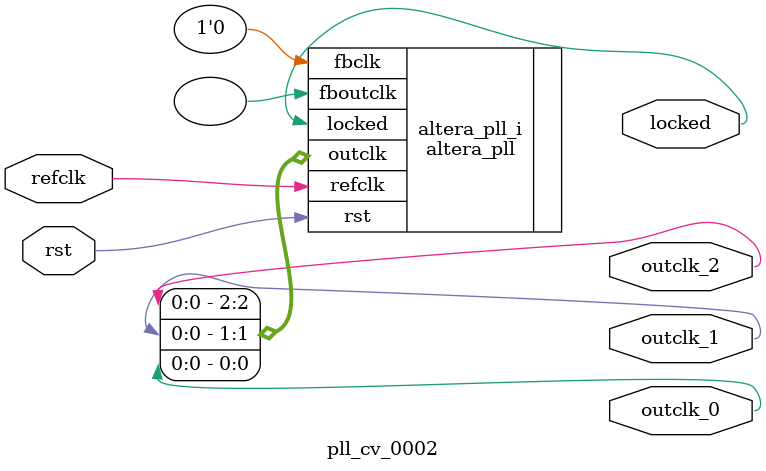
<source format=v>
`timescale 1ns/10ps
module  pll_cv_0002(

	// interface 'refclk'
	input wire refclk,

	// interface 'reset'
	input wire rst,

	// interface 'outclk0'
	output wire outclk_0,

	// interface 'outclk1'
	output wire outclk_1,

	// interface 'outclk2'
	output wire outclk_2,

	// interface 'locked'
	output wire locked
);

	altera_pll #(
		.fractional_vco_multiplier("false"),
		.reference_clock_frequency("50.0 MHz"),
		.operation_mode("direct"),
		.number_of_clocks(3),
		.output_clock_frequency0("133.333333 MHz"),
		.phase_shift0("-1500 ps"),
		.duty_cycle0(50),
		.output_clock_frequency1("133.333333 MHz"),
		.phase_shift1("0 ps"),
		.duty_cycle1(50),
		.output_clock_frequency2("66.666666 MHz"),
		.phase_shift2("0 ps"),
		.duty_cycle2(50),
		.output_clock_frequency3("0 MHz"),
		.phase_shift3("0 ps"),
		.duty_cycle3(50),
		.output_clock_frequency4("0 MHz"),
		.phase_shift4("0 ps"),
		.duty_cycle4(50),
		.output_clock_frequency5("0 MHz"),
		.phase_shift5("0 ps"),
		.duty_cycle5(50),
		.output_clock_frequency6("0 MHz"),
		.phase_shift6("0 ps"),
		.duty_cycle6(50),
		.output_clock_frequency7("0 MHz"),
		.phase_shift7("0 ps"),
		.duty_cycle7(50),
		.output_clock_frequency8("0 MHz"),
		.phase_shift8("0 ps"),
		.duty_cycle8(50),
		.output_clock_frequency9("0 MHz"),
		.phase_shift9("0 ps"),
		.duty_cycle9(50),
		.output_clock_frequency10("0 MHz"),
		.phase_shift10("0 ps"),
		.duty_cycle10(50),
		.output_clock_frequency11("0 MHz"),
		.phase_shift11("0 ps"),
		.duty_cycle11(50),
		.output_clock_frequency12("0 MHz"),
		.phase_shift12("0 ps"),
		.duty_cycle12(50),
		.output_clock_frequency13("0 MHz"),
		.phase_shift13("0 ps"),
		.duty_cycle13(50),
		.output_clock_frequency14("0 MHz"),
		.phase_shift14("0 ps"),
		.duty_cycle14(50),
		.output_clock_frequency15("0 MHz"),
		.phase_shift15("0 ps"),
		.duty_cycle15(50),
		.output_clock_frequency16("0 MHz"),
		.phase_shift16("0 ps"),
		.duty_cycle16(50),
		.output_clock_frequency17("0 MHz"),
		.phase_shift17("0 ps"),
		.duty_cycle17(50),
		.pll_type("General"),
		.pll_subtype("General")
	) altera_pll_i (
		.rst	(rst),
		.outclk	({outclk_2, outclk_1, outclk_0}),
		.locked	(locked),
		.fboutclk	( ),
		.fbclk	(1'b0),
		.refclk	(refclk)
	);
endmodule


</source>
